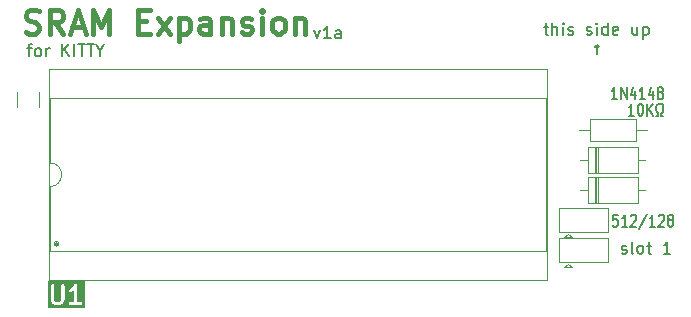
<source format=gbr>
%TF.GenerationSoftware,KiCad,Pcbnew,7.0.10*%
%TF.CreationDate,2024-01-06T19:25:06+00:00*%
%TF.ProjectId,v1a,7631612e-6b69-4636-9164-5f7063625858,rev?*%
%TF.SameCoordinates,Original*%
%TF.FileFunction,Legend,Top*%
%TF.FilePolarity,Positive*%
%FSLAX46Y46*%
G04 Gerber Fmt 4.6, Leading zero omitted, Abs format (unit mm)*
G04 Created by KiCad (PCBNEW 7.0.10) date 2024-01-06 19:25:06*
%MOMM*%
%LPD*%
G01*
G04 APERTURE LIST*
%ADD10C,0.150000*%
%ADD11C,0.400000*%
%ADD12C,0.300000*%
%ADD13C,0.200000*%
%ADD14C,0.120000*%
G04 APERTURE END LIST*
D10*
X43093095Y-61687152D02*
X43474047Y-61687152D01*
X43235952Y-62353819D02*
X43235952Y-61496676D01*
X43235952Y-61496676D02*
X43283571Y-61401438D01*
X43283571Y-61401438D02*
X43378809Y-61353819D01*
X43378809Y-61353819D02*
X43474047Y-61353819D01*
X43950238Y-62353819D02*
X43855000Y-62306200D01*
X43855000Y-62306200D02*
X43807381Y-62258580D01*
X43807381Y-62258580D02*
X43759762Y-62163342D01*
X43759762Y-62163342D02*
X43759762Y-61877628D01*
X43759762Y-61877628D02*
X43807381Y-61782390D01*
X43807381Y-61782390D02*
X43855000Y-61734771D01*
X43855000Y-61734771D02*
X43950238Y-61687152D01*
X43950238Y-61687152D02*
X44093095Y-61687152D01*
X44093095Y-61687152D02*
X44188333Y-61734771D01*
X44188333Y-61734771D02*
X44235952Y-61782390D01*
X44235952Y-61782390D02*
X44283571Y-61877628D01*
X44283571Y-61877628D02*
X44283571Y-62163342D01*
X44283571Y-62163342D02*
X44235952Y-62258580D01*
X44235952Y-62258580D02*
X44188333Y-62306200D01*
X44188333Y-62306200D02*
X44093095Y-62353819D01*
X44093095Y-62353819D02*
X43950238Y-62353819D01*
X44712143Y-62353819D02*
X44712143Y-61687152D01*
X44712143Y-61877628D02*
X44759762Y-61782390D01*
X44759762Y-61782390D02*
X44807381Y-61734771D01*
X44807381Y-61734771D02*
X44902619Y-61687152D01*
X44902619Y-61687152D02*
X44997857Y-61687152D01*
X46093096Y-62353819D02*
X46093096Y-61353819D01*
X46664524Y-62353819D02*
X46235953Y-61782390D01*
X46664524Y-61353819D02*
X46093096Y-61925247D01*
X47093096Y-62353819D02*
X47093096Y-61353819D01*
X47426429Y-61353819D02*
X47997857Y-61353819D01*
X47712143Y-62353819D02*
X47712143Y-61353819D01*
X48188334Y-61353819D02*
X48759762Y-61353819D01*
X48474048Y-62353819D02*
X48474048Y-61353819D01*
X49283572Y-61877628D02*
X49283572Y-62353819D01*
X48950239Y-61353819D02*
X49283572Y-61877628D01*
X49283572Y-61877628D02*
X49616905Y-61353819D01*
D11*
X43006856Y-60345200D02*
X43292570Y-60440438D01*
X43292570Y-60440438D02*
X43768761Y-60440438D01*
X43768761Y-60440438D02*
X43959237Y-60345200D01*
X43959237Y-60345200D02*
X44054475Y-60249961D01*
X44054475Y-60249961D02*
X44149713Y-60059485D01*
X44149713Y-60059485D02*
X44149713Y-59869009D01*
X44149713Y-59869009D02*
X44054475Y-59678533D01*
X44054475Y-59678533D02*
X43959237Y-59583295D01*
X43959237Y-59583295D02*
X43768761Y-59488057D01*
X43768761Y-59488057D02*
X43387808Y-59392819D01*
X43387808Y-59392819D02*
X43197332Y-59297580D01*
X43197332Y-59297580D02*
X43102094Y-59202342D01*
X43102094Y-59202342D02*
X43006856Y-59011866D01*
X43006856Y-59011866D02*
X43006856Y-58821390D01*
X43006856Y-58821390D02*
X43102094Y-58630914D01*
X43102094Y-58630914D02*
X43197332Y-58535676D01*
X43197332Y-58535676D02*
X43387808Y-58440438D01*
X43387808Y-58440438D02*
X43863999Y-58440438D01*
X43863999Y-58440438D02*
X44149713Y-58535676D01*
X46149713Y-60440438D02*
X45483046Y-59488057D01*
X45006856Y-60440438D02*
X45006856Y-58440438D01*
X45006856Y-58440438D02*
X45768761Y-58440438D01*
X45768761Y-58440438D02*
X45959237Y-58535676D01*
X45959237Y-58535676D02*
X46054475Y-58630914D01*
X46054475Y-58630914D02*
X46149713Y-58821390D01*
X46149713Y-58821390D02*
X46149713Y-59107104D01*
X46149713Y-59107104D02*
X46054475Y-59297580D01*
X46054475Y-59297580D02*
X45959237Y-59392819D01*
X45959237Y-59392819D02*
X45768761Y-59488057D01*
X45768761Y-59488057D02*
X45006856Y-59488057D01*
X46911618Y-59869009D02*
X47863999Y-59869009D01*
X46721142Y-60440438D02*
X47387808Y-58440438D01*
X47387808Y-58440438D02*
X48054475Y-60440438D01*
X48721142Y-60440438D02*
X48721142Y-58440438D01*
X48721142Y-58440438D02*
X49387809Y-59869009D01*
X49387809Y-59869009D02*
X50054475Y-58440438D01*
X50054475Y-58440438D02*
X50054475Y-60440438D01*
X52530666Y-59392819D02*
X53197333Y-59392819D01*
X53483047Y-60440438D02*
X52530666Y-60440438D01*
X52530666Y-60440438D02*
X52530666Y-58440438D01*
X52530666Y-58440438D02*
X53483047Y-58440438D01*
X54149714Y-60440438D02*
X55197333Y-59107104D01*
X54149714Y-59107104D02*
X55197333Y-60440438D01*
X55959238Y-59107104D02*
X55959238Y-61107104D01*
X55959238Y-59202342D02*
X56149714Y-59107104D01*
X56149714Y-59107104D02*
X56530667Y-59107104D01*
X56530667Y-59107104D02*
X56721143Y-59202342D01*
X56721143Y-59202342D02*
X56816381Y-59297580D01*
X56816381Y-59297580D02*
X56911619Y-59488057D01*
X56911619Y-59488057D02*
X56911619Y-60059485D01*
X56911619Y-60059485D02*
X56816381Y-60249961D01*
X56816381Y-60249961D02*
X56721143Y-60345200D01*
X56721143Y-60345200D02*
X56530667Y-60440438D01*
X56530667Y-60440438D02*
X56149714Y-60440438D01*
X56149714Y-60440438D02*
X55959238Y-60345200D01*
X58625905Y-60440438D02*
X58625905Y-59392819D01*
X58625905Y-59392819D02*
X58530667Y-59202342D01*
X58530667Y-59202342D02*
X58340191Y-59107104D01*
X58340191Y-59107104D02*
X57959238Y-59107104D01*
X57959238Y-59107104D02*
X57768762Y-59202342D01*
X58625905Y-60345200D02*
X58435429Y-60440438D01*
X58435429Y-60440438D02*
X57959238Y-60440438D01*
X57959238Y-60440438D02*
X57768762Y-60345200D01*
X57768762Y-60345200D02*
X57673524Y-60154723D01*
X57673524Y-60154723D02*
X57673524Y-59964247D01*
X57673524Y-59964247D02*
X57768762Y-59773771D01*
X57768762Y-59773771D02*
X57959238Y-59678533D01*
X57959238Y-59678533D02*
X58435429Y-59678533D01*
X58435429Y-59678533D02*
X58625905Y-59583295D01*
X59578286Y-59107104D02*
X59578286Y-60440438D01*
X59578286Y-59297580D02*
X59673524Y-59202342D01*
X59673524Y-59202342D02*
X59864000Y-59107104D01*
X59864000Y-59107104D02*
X60149715Y-59107104D01*
X60149715Y-59107104D02*
X60340191Y-59202342D01*
X60340191Y-59202342D02*
X60435429Y-59392819D01*
X60435429Y-59392819D02*
X60435429Y-60440438D01*
X61292572Y-60345200D02*
X61483048Y-60440438D01*
X61483048Y-60440438D02*
X61864000Y-60440438D01*
X61864000Y-60440438D02*
X62054477Y-60345200D01*
X62054477Y-60345200D02*
X62149715Y-60154723D01*
X62149715Y-60154723D02*
X62149715Y-60059485D01*
X62149715Y-60059485D02*
X62054477Y-59869009D01*
X62054477Y-59869009D02*
X61864000Y-59773771D01*
X61864000Y-59773771D02*
X61578286Y-59773771D01*
X61578286Y-59773771D02*
X61387810Y-59678533D01*
X61387810Y-59678533D02*
X61292572Y-59488057D01*
X61292572Y-59488057D02*
X61292572Y-59392819D01*
X61292572Y-59392819D02*
X61387810Y-59202342D01*
X61387810Y-59202342D02*
X61578286Y-59107104D01*
X61578286Y-59107104D02*
X61864000Y-59107104D01*
X61864000Y-59107104D02*
X62054477Y-59202342D01*
X63006858Y-60440438D02*
X63006858Y-59107104D01*
X63006858Y-58440438D02*
X62911620Y-58535676D01*
X62911620Y-58535676D02*
X63006858Y-58630914D01*
X63006858Y-58630914D02*
X63102096Y-58535676D01*
X63102096Y-58535676D02*
X63006858Y-58440438D01*
X63006858Y-58440438D02*
X63006858Y-58630914D01*
X64244953Y-60440438D02*
X64054477Y-60345200D01*
X64054477Y-60345200D02*
X63959239Y-60249961D01*
X63959239Y-60249961D02*
X63864001Y-60059485D01*
X63864001Y-60059485D02*
X63864001Y-59488057D01*
X63864001Y-59488057D02*
X63959239Y-59297580D01*
X63959239Y-59297580D02*
X64054477Y-59202342D01*
X64054477Y-59202342D02*
X64244953Y-59107104D01*
X64244953Y-59107104D02*
X64530668Y-59107104D01*
X64530668Y-59107104D02*
X64721144Y-59202342D01*
X64721144Y-59202342D02*
X64816382Y-59297580D01*
X64816382Y-59297580D02*
X64911620Y-59488057D01*
X64911620Y-59488057D02*
X64911620Y-60059485D01*
X64911620Y-60059485D02*
X64816382Y-60249961D01*
X64816382Y-60249961D02*
X64721144Y-60345200D01*
X64721144Y-60345200D02*
X64530668Y-60440438D01*
X64530668Y-60440438D02*
X64244953Y-60440438D01*
X65768763Y-59107104D02*
X65768763Y-60440438D01*
X65768763Y-59297580D02*
X65864001Y-59202342D01*
X65864001Y-59202342D02*
X66054477Y-59107104D01*
X66054477Y-59107104D02*
X66340192Y-59107104D01*
X66340192Y-59107104D02*
X66530668Y-59202342D01*
X66530668Y-59202342D02*
X66625906Y-59392819D01*
X66625906Y-59392819D02*
X66625906Y-60440438D01*
D10*
X67413333Y-60163152D02*
X67651428Y-60829819D01*
X67651428Y-60829819D02*
X67889523Y-60163152D01*
X68794285Y-60829819D02*
X68222857Y-60829819D01*
X68508571Y-60829819D02*
X68508571Y-59829819D01*
X68508571Y-59829819D02*
X68413333Y-59972676D01*
X68413333Y-59972676D02*
X68318095Y-60067914D01*
X68318095Y-60067914D02*
X68222857Y-60115533D01*
X69651428Y-60829819D02*
X69651428Y-60306009D01*
X69651428Y-60306009D02*
X69603809Y-60210771D01*
X69603809Y-60210771D02*
X69508571Y-60163152D01*
X69508571Y-60163152D02*
X69318095Y-60163152D01*
X69318095Y-60163152D02*
X69222857Y-60210771D01*
X69651428Y-60782200D02*
X69556190Y-60829819D01*
X69556190Y-60829819D02*
X69318095Y-60829819D01*
X69318095Y-60829819D02*
X69222857Y-60782200D01*
X69222857Y-60782200D02*
X69175238Y-60686961D01*
X69175238Y-60686961D02*
X69175238Y-60591723D01*
X69175238Y-60591723D02*
X69222857Y-60496485D01*
X69222857Y-60496485D02*
X69318095Y-60448866D01*
X69318095Y-60448866D02*
X69556190Y-60448866D01*
X69556190Y-60448866D02*
X69651428Y-60401247D01*
X86862209Y-59873952D02*
X87243161Y-59873952D01*
X87005066Y-59540619D02*
X87005066Y-60397761D01*
X87005066Y-60397761D02*
X87052685Y-60493000D01*
X87052685Y-60493000D02*
X87147923Y-60540619D01*
X87147923Y-60540619D02*
X87243161Y-60540619D01*
X87576495Y-60540619D02*
X87576495Y-59540619D01*
X88005066Y-60540619D02*
X88005066Y-60016809D01*
X88005066Y-60016809D02*
X87957447Y-59921571D01*
X87957447Y-59921571D02*
X87862209Y-59873952D01*
X87862209Y-59873952D02*
X87719352Y-59873952D01*
X87719352Y-59873952D02*
X87624114Y-59921571D01*
X87624114Y-59921571D02*
X87576495Y-59969190D01*
X88481257Y-60540619D02*
X88481257Y-59873952D01*
X88481257Y-59540619D02*
X88433638Y-59588238D01*
X88433638Y-59588238D02*
X88481257Y-59635857D01*
X88481257Y-59635857D02*
X88528876Y-59588238D01*
X88528876Y-59588238D02*
X88481257Y-59540619D01*
X88481257Y-59540619D02*
X88481257Y-59635857D01*
X88909828Y-60493000D02*
X89005066Y-60540619D01*
X89005066Y-60540619D02*
X89195542Y-60540619D01*
X89195542Y-60540619D02*
X89290780Y-60493000D01*
X89290780Y-60493000D02*
X89338399Y-60397761D01*
X89338399Y-60397761D02*
X89338399Y-60350142D01*
X89338399Y-60350142D02*
X89290780Y-60254904D01*
X89290780Y-60254904D02*
X89195542Y-60207285D01*
X89195542Y-60207285D02*
X89052685Y-60207285D01*
X89052685Y-60207285D02*
X88957447Y-60159666D01*
X88957447Y-60159666D02*
X88909828Y-60064428D01*
X88909828Y-60064428D02*
X88909828Y-60016809D01*
X88909828Y-60016809D02*
X88957447Y-59921571D01*
X88957447Y-59921571D02*
X89052685Y-59873952D01*
X89052685Y-59873952D02*
X89195542Y-59873952D01*
X89195542Y-59873952D02*
X89290780Y-59921571D01*
X90481257Y-60493000D02*
X90576495Y-60540619D01*
X90576495Y-60540619D02*
X90766971Y-60540619D01*
X90766971Y-60540619D02*
X90862209Y-60493000D01*
X90862209Y-60493000D02*
X90909828Y-60397761D01*
X90909828Y-60397761D02*
X90909828Y-60350142D01*
X90909828Y-60350142D02*
X90862209Y-60254904D01*
X90862209Y-60254904D02*
X90766971Y-60207285D01*
X90766971Y-60207285D02*
X90624114Y-60207285D01*
X90624114Y-60207285D02*
X90528876Y-60159666D01*
X90528876Y-60159666D02*
X90481257Y-60064428D01*
X90481257Y-60064428D02*
X90481257Y-60016809D01*
X90481257Y-60016809D02*
X90528876Y-59921571D01*
X90528876Y-59921571D02*
X90624114Y-59873952D01*
X90624114Y-59873952D02*
X90766971Y-59873952D01*
X90766971Y-59873952D02*
X90862209Y-59921571D01*
X91338400Y-60540619D02*
X91338400Y-59873952D01*
X91338400Y-59540619D02*
X91290781Y-59588238D01*
X91290781Y-59588238D02*
X91338400Y-59635857D01*
X91338400Y-59635857D02*
X91386019Y-59588238D01*
X91386019Y-59588238D02*
X91338400Y-59540619D01*
X91338400Y-59540619D02*
X91338400Y-59635857D01*
X92243161Y-60540619D02*
X92243161Y-59540619D01*
X92243161Y-60493000D02*
X92147923Y-60540619D01*
X92147923Y-60540619D02*
X91957447Y-60540619D01*
X91957447Y-60540619D02*
X91862209Y-60493000D01*
X91862209Y-60493000D02*
X91814590Y-60445380D01*
X91814590Y-60445380D02*
X91766971Y-60350142D01*
X91766971Y-60350142D02*
X91766971Y-60064428D01*
X91766971Y-60064428D02*
X91814590Y-59969190D01*
X91814590Y-59969190D02*
X91862209Y-59921571D01*
X91862209Y-59921571D02*
X91957447Y-59873952D01*
X91957447Y-59873952D02*
X92147923Y-59873952D01*
X92147923Y-59873952D02*
X92243161Y-59921571D01*
X93100304Y-60493000D02*
X93005066Y-60540619D01*
X93005066Y-60540619D02*
X92814590Y-60540619D01*
X92814590Y-60540619D02*
X92719352Y-60493000D01*
X92719352Y-60493000D02*
X92671733Y-60397761D01*
X92671733Y-60397761D02*
X92671733Y-60016809D01*
X92671733Y-60016809D02*
X92719352Y-59921571D01*
X92719352Y-59921571D02*
X92814590Y-59873952D01*
X92814590Y-59873952D02*
X93005066Y-59873952D01*
X93005066Y-59873952D02*
X93100304Y-59921571D01*
X93100304Y-59921571D02*
X93147923Y-60016809D01*
X93147923Y-60016809D02*
X93147923Y-60112047D01*
X93147923Y-60112047D02*
X92671733Y-60207285D01*
X94766971Y-59873952D02*
X94766971Y-60540619D01*
X94338400Y-59873952D02*
X94338400Y-60397761D01*
X94338400Y-60397761D02*
X94386019Y-60493000D01*
X94386019Y-60493000D02*
X94481257Y-60540619D01*
X94481257Y-60540619D02*
X94624114Y-60540619D01*
X94624114Y-60540619D02*
X94719352Y-60493000D01*
X94719352Y-60493000D02*
X94766971Y-60445380D01*
X95243162Y-59873952D02*
X95243162Y-60873952D01*
X95243162Y-59921571D02*
X95338400Y-59873952D01*
X95338400Y-59873952D02*
X95528876Y-59873952D01*
X95528876Y-59873952D02*
X95624114Y-59921571D01*
X95624114Y-59921571D02*
X95671733Y-59969190D01*
X95671733Y-59969190D02*
X95719352Y-60064428D01*
X95719352Y-60064428D02*
X95719352Y-60350142D01*
X95719352Y-60350142D02*
X95671733Y-60445380D01*
X95671733Y-60445380D02*
X95624114Y-60493000D01*
X95624114Y-60493000D02*
X95528876Y-60540619D01*
X95528876Y-60540619D02*
X95338400Y-60540619D01*
X95338400Y-60540619D02*
X95243162Y-60493000D01*
X91338400Y-62150619D02*
X91338400Y-61388714D01*
X91147924Y-61579190D02*
X91338400Y-61388714D01*
X91338400Y-61388714D02*
X91528876Y-61579190D01*
D12*
G36*
X47984372Y-83643414D02*
G01*
X44898656Y-83643414D01*
X44898656Y-82993414D01*
X45112942Y-82993414D01*
X45121865Y-83026715D01*
X45128778Y-83060496D01*
X45200207Y-83203353D01*
X45216229Y-83221421D01*
X45228305Y-83242337D01*
X45299734Y-83313766D01*
X45320648Y-83325840D01*
X45338718Y-83341864D01*
X45481576Y-83413292D01*
X45515351Y-83420203D01*
X45548657Y-83429128D01*
X45834371Y-83429128D01*
X45867674Y-83420204D01*
X45901453Y-83413292D01*
X46044310Y-83341864D01*
X46062379Y-83325840D01*
X46083294Y-83313766D01*
X46117932Y-83279128D01*
X46612943Y-83279128D01*
X46633039Y-83354128D01*
X46687943Y-83409032D01*
X46762943Y-83429128D01*
X47191514Y-83429128D01*
X47620086Y-83429128D01*
X47695086Y-83409032D01*
X47749990Y-83354128D01*
X47770086Y-83279128D01*
X47749990Y-83204128D01*
X47695086Y-83149224D01*
X47620086Y-83129128D01*
X47341514Y-83129128D01*
X47341514Y-81779128D01*
X47332675Y-81746142D01*
X47325976Y-81712643D01*
X47322701Y-81708916D01*
X47321418Y-81704128D01*
X47297271Y-81679981D01*
X47274719Y-81654320D01*
X47270020Y-81652730D01*
X47266514Y-81649224D01*
X47233531Y-81640386D01*
X47201168Y-81629438D01*
X47196302Y-81630411D01*
X47191514Y-81629128D01*
X47158531Y-81637965D01*
X47125030Y-81644666D01*
X47121304Y-81647940D01*
X47116514Y-81649224D01*
X47092360Y-81673377D01*
X47066707Y-81695923D01*
X46932087Y-81897851D01*
X46816946Y-82012992D01*
X46695861Y-82073536D01*
X46637766Y-82125052D01*
X46613212Y-82198713D01*
X46628779Y-82274782D01*
X46680295Y-82332877D01*
X46753956Y-82357431D01*
X46830025Y-82341864D01*
X46972882Y-82270435D01*
X46990950Y-82254412D01*
X47011866Y-82242337D01*
X47041514Y-82212689D01*
X47041514Y-83129128D01*
X46762943Y-83129128D01*
X46687943Y-83149224D01*
X46633039Y-83204128D01*
X46612943Y-83279128D01*
X46117932Y-83279128D01*
X46154723Y-83242337D01*
X46166797Y-83221422D01*
X46182821Y-83203353D01*
X46254249Y-83060495D01*
X46261160Y-83026719D01*
X46270085Y-82993414D01*
X46270085Y-81779128D01*
X46249989Y-81704128D01*
X46195085Y-81649224D01*
X46120085Y-81629128D01*
X46045085Y-81649224D01*
X45990181Y-81704128D01*
X45970085Y-81779128D01*
X45970085Y-82958004D01*
X45925378Y-83047417D01*
X45888373Y-83084422D01*
X45798961Y-83129128D01*
X45584067Y-83129128D01*
X45494653Y-83084421D01*
X45457649Y-83047417D01*
X45412942Y-82958003D01*
X45412942Y-81779128D01*
X45392846Y-81704128D01*
X45337942Y-81649224D01*
X45262942Y-81629128D01*
X45187942Y-81649224D01*
X45133038Y-81704128D01*
X45112942Y-81779128D01*
X45112942Y-82993414D01*
X44898656Y-82993414D01*
X44898656Y-81414842D01*
X47984372Y-81414842D01*
X47984372Y-83643414D01*
G37*
D13*
X93116666Y-75779219D02*
X92735714Y-75779219D01*
X92735714Y-75779219D02*
X92697618Y-76255409D01*
X92697618Y-76255409D02*
X92735714Y-76207790D01*
X92735714Y-76207790D02*
X92811904Y-76160171D01*
X92811904Y-76160171D02*
X93002380Y-76160171D01*
X93002380Y-76160171D02*
X93078571Y-76207790D01*
X93078571Y-76207790D02*
X93116666Y-76255409D01*
X93116666Y-76255409D02*
X93154761Y-76350647D01*
X93154761Y-76350647D02*
X93154761Y-76588742D01*
X93154761Y-76588742D02*
X93116666Y-76683980D01*
X93116666Y-76683980D02*
X93078571Y-76731600D01*
X93078571Y-76731600D02*
X93002380Y-76779219D01*
X93002380Y-76779219D02*
X92811904Y-76779219D01*
X92811904Y-76779219D02*
X92735714Y-76731600D01*
X92735714Y-76731600D02*
X92697618Y-76683980D01*
X93916666Y-76779219D02*
X93459523Y-76779219D01*
X93688095Y-76779219D02*
X93688095Y-75779219D01*
X93688095Y-75779219D02*
X93611904Y-75922076D01*
X93611904Y-75922076D02*
X93535714Y-76017314D01*
X93535714Y-76017314D02*
X93459523Y-76064933D01*
X94221428Y-75874457D02*
X94259524Y-75826838D01*
X94259524Y-75826838D02*
X94335714Y-75779219D01*
X94335714Y-75779219D02*
X94526190Y-75779219D01*
X94526190Y-75779219D02*
X94602381Y-75826838D01*
X94602381Y-75826838D02*
X94640476Y-75874457D01*
X94640476Y-75874457D02*
X94678571Y-75969695D01*
X94678571Y-75969695D02*
X94678571Y-76064933D01*
X94678571Y-76064933D02*
X94640476Y-76207790D01*
X94640476Y-76207790D02*
X94183333Y-76779219D01*
X94183333Y-76779219D02*
X94678571Y-76779219D01*
X95592857Y-75731600D02*
X94907143Y-77017314D01*
X96278571Y-76779219D02*
X95821428Y-76779219D01*
X96050000Y-76779219D02*
X96050000Y-75779219D01*
X96050000Y-75779219D02*
X95973809Y-75922076D01*
X95973809Y-75922076D02*
X95897619Y-76017314D01*
X95897619Y-76017314D02*
X95821428Y-76064933D01*
X96583333Y-75874457D02*
X96621429Y-75826838D01*
X96621429Y-75826838D02*
X96697619Y-75779219D01*
X96697619Y-75779219D02*
X96888095Y-75779219D01*
X96888095Y-75779219D02*
X96964286Y-75826838D01*
X96964286Y-75826838D02*
X97002381Y-75874457D01*
X97002381Y-75874457D02*
X97040476Y-75969695D01*
X97040476Y-75969695D02*
X97040476Y-76064933D01*
X97040476Y-76064933D02*
X97002381Y-76207790D01*
X97002381Y-76207790D02*
X96545238Y-76779219D01*
X96545238Y-76779219D02*
X97040476Y-76779219D01*
X97497619Y-76207790D02*
X97421429Y-76160171D01*
X97421429Y-76160171D02*
X97383334Y-76112552D01*
X97383334Y-76112552D02*
X97345238Y-76017314D01*
X97345238Y-76017314D02*
X97345238Y-75969695D01*
X97345238Y-75969695D02*
X97383334Y-75874457D01*
X97383334Y-75874457D02*
X97421429Y-75826838D01*
X97421429Y-75826838D02*
X97497619Y-75779219D01*
X97497619Y-75779219D02*
X97650000Y-75779219D01*
X97650000Y-75779219D02*
X97726191Y-75826838D01*
X97726191Y-75826838D02*
X97764286Y-75874457D01*
X97764286Y-75874457D02*
X97802381Y-75969695D01*
X97802381Y-75969695D02*
X97802381Y-76017314D01*
X97802381Y-76017314D02*
X97764286Y-76112552D01*
X97764286Y-76112552D02*
X97726191Y-76160171D01*
X97726191Y-76160171D02*
X97650000Y-76207790D01*
X97650000Y-76207790D02*
X97497619Y-76207790D01*
X97497619Y-76207790D02*
X97421429Y-76255409D01*
X97421429Y-76255409D02*
X97383334Y-76303028D01*
X97383334Y-76303028D02*
X97345238Y-76398266D01*
X97345238Y-76398266D02*
X97345238Y-76588742D01*
X97345238Y-76588742D02*
X97383334Y-76683980D01*
X97383334Y-76683980D02*
X97421429Y-76731600D01*
X97421429Y-76731600D02*
X97497619Y-76779219D01*
X97497619Y-76779219D02*
X97650000Y-76779219D01*
X97650000Y-76779219D02*
X97726191Y-76731600D01*
X97726191Y-76731600D02*
X97764286Y-76683980D01*
X97764286Y-76683980D02*
X97802381Y-76588742D01*
X97802381Y-76588742D02*
X97802381Y-76398266D01*
X97802381Y-76398266D02*
X97764286Y-76303028D01*
X97764286Y-76303028D02*
X97726191Y-76255409D01*
X97726191Y-76255409D02*
X97650000Y-76207790D01*
X93053113Y-65984219D02*
X92595970Y-65984219D01*
X92824542Y-65984219D02*
X92824542Y-64984219D01*
X92824542Y-64984219D02*
X92748351Y-65127076D01*
X92748351Y-65127076D02*
X92672161Y-65222314D01*
X92672161Y-65222314D02*
X92595970Y-65269933D01*
X93395971Y-65984219D02*
X93395971Y-64984219D01*
X93395971Y-64984219D02*
X93853114Y-65984219D01*
X93853114Y-65984219D02*
X93853114Y-64984219D01*
X94576923Y-65317552D02*
X94576923Y-65984219D01*
X94386447Y-64936600D02*
X94195970Y-65650885D01*
X94195970Y-65650885D02*
X94691209Y-65650885D01*
X95415018Y-65984219D02*
X94957875Y-65984219D01*
X95186447Y-65984219D02*
X95186447Y-64984219D01*
X95186447Y-64984219D02*
X95110256Y-65127076D01*
X95110256Y-65127076D02*
X95034066Y-65222314D01*
X95034066Y-65222314D02*
X94957875Y-65269933D01*
X96100733Y-65317552D02*
X96100733Y-65984219D01*
X95910257Y-64936600D02*
X95719780Y-65650885D01*
X95719780Y-65650885D02*
X96215019Y-65650885D01*
X96634066Y-65412790D02*
X96557876Y-65365171D01*
X96557876Y-65365171D02*
X96519781Y-65317552D01*
X96519781Y-65317552D02*
X96481685Y-65222314D01*
X96481685Y-65222314D02*
X96481685Y-65174695D01*
X96481685Y-65174695D02*
X96519781Y-65079457D01*
X96519781Y-65079457D02*
X96557876Y-65031838D01*
X96557876Y-65031838D02*
X96634066Y-64984219D01*
X96634066Y-64984219D02*
X96786447Y-64984219D01*
X96786447Y-64984219D02*
X96862638Y-65031838D01*
X96862638Y-65031838D02*
X96900733Y-65079457D01*
X96900733Y-65079457D02*
X96938828Y-65174695D01*
X96938828Y-65174695D02*
X96938828Y-65222314D01*
X96938828Y-65222314D02*
X96900733Y-65317552D01*
X96900733Y-65317552D02*
X96862638Y-65365171D01*
X96862638Y-65365171D02*
X96786447Y-65412790D01*
X96786447Y-65412790D02*
X96634066Y-65412790D01*
X96634066Y-65412790D02*
X96557876Y-65460409D01*
X96557876Y-65460409D02*
X96519781Y-65508028D01*
X96519781Y-65508028D02*
X96481685Y-65603266D01*
X96481685Y-65603266D02*
X96481685Y-65793742D01*
X96481685Y-65793742D02*
X96519781Y-65888980D01*
X96519781Y-65888980D02*
X96557876Y-65936600D01*
X96557876Y-65936600D02*
X96634066Y-65984219D01*
X96634066Y-65984219D02*
X96786447Y-65984219D01*
X96786447Y-65984219D02*
X96862638Y-65936600D01*
X96862638Y-65936600D02*
X96900733Y-65888980D01*
X96900733Y-65888980D02*
X96938828Y-65793742D01*
X96938828Y-65793742D02*
X96938828Y-65603266D01*
X96938828Y-65603266D02*
X96900733Y-65508028D01*
X96900733Y-65508028D02*
X96862638Y-65460409D01*
X96862638Y-65460409D02*
X96786447Y-65412790D01*
X93432571Y-79017600D02*
X93527809Y-79065219D01*
X93527809Y-79065219D02*
X93718285Y-79065219D01*
X93718285Y-79065219D02*
X93813523Y-79017600D01*
X93813523Y-79017600D02*
X93861142Y-78922361D01*
X93861142Y-78922361D02*
X93861142Y-78874742D01*
X93861142Y-78874742D02*
X93813523Y-78779504D01*
X93813523Y-78779504D02*
X93718285Y-78731885D01*
X93718285Y-78731885D02*
X93575428Y-78731885D01*
X93575428Y-78731885D02*
X93480190Y-78684266D01*
X93480190Y-78684266D02*
X93432571Y-78589028D01*
X93432571Y-78589028D02*
X93432571Y-78541409D01*
X93432571Y-78541409D02*
X93480190Y-78446171D01*
X93480190Y-78446171D02*
X93575428Y-78398552D01*
X93575428Y-78398552D02*
X93718285Y-78398552D01*
X93718285Y-78398552D02*
X93813523Y-78446171D01*
X94432571Y-79065219D02*
X94337333Y-79017600D01*
X94337333Y-79017600D02*
X94289714Y-78922361D01*
X94289714Y-78922361D02*
X94289714Y-78065219D01*
X94956381Y-79065219D02*
X94861143Y-79017600D01*
X94861143Y-79017600D02*
X94813524Y-78969980D01*
X94813524Y-78969980D02*
X94765905Y-78874742D01*
X94765905Y-78874742D02*
X94765905Y-78589028D01*
X94765905Y-78589028D02*
X94813524Y-78493790D01*
X94813524Y-78493790D02*
X94861143Y-78446171D01*
X94861143Y-78446171D02*
X94956381Y-78398552D01*
X94956381Y-78398552D02*
X95099238Y-78398552D01*
X95099238Y-78398552D02*
X95194476Y-78446171D01*
X95194476Y-78446171D02*
X95242095Y-78493790D01*
X95242095Y-78493790D02*
X95289714Y-78589028D01*
X95289714Y-78589028D02*
X95289714Y-78874742D01*
X95289714Y-78874742D02*
X95242095Y-78969980D01*
X95242095Y-78969980D02*
X95194476Y-79017600D01*
X95194476Y-79017600D02*
X95099238Y-79065219D01*
X95099238Y-79065219D02*
X94956381Y-79065219D01*
X95575429Y-78398552D02*
X95956381Y-78398552D01*
X95718286Y-78065219D02*
X95718286Y-78922361D01*
X95718286Y-78922361D02*
X95765905Y-79017600D01*
X95765905Y-79017600D02*
X95861143Y-79065219D01*
X95861143Y-79065219D02*
X95956381Y-79065219D01*
X97575429Y-79065219D02*
X97004001Y-79065219D01*
X97289715Y-79065219D02*
X97289715Y-78065219D01*
X97289715Y-78065219D02*
X97194477Y-78208076D01*
X97194477Y-78208076D02*
X97099239Y-78303314D01*
X97099239Y-78303314D02*
X97004001Y-78350933D01*
X94494475Y-67381219D02*
X94037332Y-67381219D01*
X94265904Y-67381219D02*
X94265904Y-66381219D01*
X94265904Y-66381219D02*
X94189713Y-66524076D01*
X94189713Y-66524076D02*
X94113523Y-66619314D01*
X94113523Y-66619314D02*
X94037332Y-66666933D01*
X94989714Y-66381219D02*
X95065904Y-66381219D01*
X95065904Y-66381219D02*
X95142095Y-66428838D01*
X95142095Y-66428838D02*
X95180190Y-66476457D01*
X95180190Y-66476457D02*
X95218285Y-66571695D01*
X95218285Y-66571695D02*
X95256380Y-66762171D01*
X95256380Y-66762171D02*
X95256380Y-67000266D01*
X95256380Y-67000266D02*
X95218285Y-67190742D01*
X95218285Y-67190742D02*
X95180190Y-67285980D01*
X95180190Y-67285980D02*
X95142095Y-67333600D01*
X95142095Y-67333600D02*
X95065904Y-67381219D01*
X95065904Y-67381219D02*
X94989714Y-67381219D01*
X94989714Y-67381219D02*
X94913523Y-67333600D01*
X94913523Y-67333600D02*
X94875428Y-67285980D01*
X94875428Y-67285980D02*
X94837333Y-67190742D01*
X94837333Y-67190742D02*
X94799237Y-67000266D01*
X94799237Y-67000266D02*
X94799237Y-66762171D01*
X94799237Y-66762171D02*
X94837333Y-66571695D01*
X94837333Y-66571695D02*
X94875428Y-66476457D01*
X94875428Y-66476457D02*
X94913523Y-66428838D01*
X94913523Y-66428838D02*
X94989714Y-66381219D01*
X95599238Y-67381219D02*
X95599238Y-66381219D01*
X96056381Y-67381219D02*
X95713523Y-66809790D01*
X96056381Y-66381219D02*
X95599238Y-66952647D01*
X96361142Y-67381219D02*
X96551619Y-67381219D01*
X96551619Y-67381219D02*
X96551619Y-67190742D01*
X96551619Y-67190742D02*
X96475428Y-67143123D01*
X96475428Y-67143123D02*
X96399238Y-67047885D01*
X96399238Y-67047885D02*
X96361142Y-66905028D01*
X96361142Y-66905028D02*
X96361142Y-66666933D01*
X96361142Y-66666933D02*
X96399238Y-66524076D01*
X96399238Y-66524076D02*
X96475428Y-66428838D01*
X96475428Y-66428838D02*
X96589714Y-66381219D01*
X96589714Y-66381219D02*
X96742095Y-66381219D01*
X96742095Y-66381219D02*
X96856381Y-66428838D01*
X96856381Y-66428838D02*
X96932571Y-66524076D01*
X96932571Y-66524076D02*
X96970666Y-66666933D01*
X96970666Y-66666933D02*
X96970666Y-66905028D01*
X96970666Y-66905028D02*
X96932571Y-67047885D01*
X96932571Y-67047885D02*
X96856381Y-67143123D01*
X96856381Y-67143123D02*
X96780190Y-67190742D01*
X96780190Y-67190742D02*
X96780190Y-67381219D01*
X96780190Y-67381219D02*
X96970666Y-67381219D01*
D14*
%TO.C,D1*%
X89914600Y-73660000D02*
X90564600Y-73660000D01*
X90564600Y-72540000D02*
X90564600Y-74780000D01*
X90564600Y-74780000D02*
X94804600Y-74780000D01*
X91164600Y-72540000D02*
X91164600Y-74780000D01*
X91284600Y-72540000D02*
X91284600Y-74780000D01*
X91404600Y-72540000D02*
X91404600Y-74780000D01*
X94804600Y-72540000D02*
X90564600Y-72540000D01*
X94804600Y-74780000D02*
X94804600Y-72540000D01*
X95454600Y-73660000D02*
X94804600Y-73660000D01*
%TO.C,C1*%
X42260000Y-66649000D02*
X42260000Y-65391000D01*
X44100000Y-66649000D02*
X44100000Y-65391000D01*
%TO.C,U1*%
X87115000Y-81340000D02*
X87115000Y-63440000D01*
X44965000Y-81339000D02*
X87115000Y-81340000D01*
X87055000Y-78850000D02*
X87055000Y-65930000D01*
X45025000Y-78849000D02*
X87055000Y-78850000D01*
X45025000Y-73389000D02*
X45025000Y-78849000D01*
X87055000Y-65930000D02*
X45025000Y-65929000D01*
X45025000Y-65929000D02*
X45025000Y-71389000D01*
X87115000Y-63440000D02*
X44965000Y-63439000D01*
X44965000Y-63439000D02*
X44965000Y-81339000D01*
X45025000Y-73389000D02*
G75*
G03*
X45025000Y-71389000I0J1000000D01*
G01*
X45643000Y-78231000D02*
G75*
G03*
X45543000Y-78231000I-50000J0D01*
G01*
X45543000Y-78231000D02*
G75*
G03*
X45643000Y-78231000I50000J0D01*
G01*
X45718000Y-78231000D02*
G75*
G03*
X45468000Y-78231000I-125000J0D01*
G01*
X45468000Y-78231000D02*
G75*
G03*
X45718000Y-78231000I125000J0D01*
G01*
X45793000Y-78231000D02*
G75*
G03*
X45393000Y-78231000I-200000J0D01*
G01*
X45393000Y-78231000D02*
G75*
G03*
X45793000Y-78231000I200000J0D01*
G01*
%TO.C,JP1*%
X88150000Y-75200000D02*
X92250000Y-75200000D01*
X88150000Y-77200000D02*
X88150000Y-75200000D01*
X88600000Y-77700000D02*
X89200000Y-77700000D01*
X88900000Y-77400000D02*
X88600000Y-77700000D01*
X88900000Y-77400000D02*
X89200000Y-77700000D01*
X92250000Y-75200000D02*
X92250000Y-77200000D01*
X92250000Y-77200000D02*
X88150000Y-77200000D01*
%TO.C,D2*%
X89914600Y-71120000D02*
X90564600Y-71120000D01*
X90564600Y-70000000D02*
X90564600Y-72240000D01*
X90564600Y-72240000D02*
X94804600Y-72240000D01*
X91164600Y-70000000D02*
X91164600Y-72240000D01*
X91284600Y-70000000D02*
X91284600Y-72240000D01*
X91404600Y-70000000D02*
X91404600Y-72240000D01*
X94804600Y-70000000D02*
X90564600Y-70000000D01*
X94804600Y-72240000D02*
X94804600Y-70000000D01*
X95454600Y-71120000D02*
X94804600Y-71120000D01*
%TO.C,JP2*%
X88150000Y-77740000D02*
X92250000Y-77740000D01*
X88150000Y-79740000D02*
X88150000Y-77740000D01*
X88600000Y-80240000D02*
X89200000Y-80240000D01*
X88900000Y-79940000D02*
X88600000Y-80240000D01*
X88900000Y-79940000D02*
X89200000Y-80240000D01*
X92250000Y-77740000D02*
X92250000Y-79740000D01*
X92250000Y-79740000D02*
X88150000Y-79740000D01*
%TO.C,R1*%
X95580000Y-68580000D02*
X94630000Y-68580000D01*
X94630000Y-69500000D02*
X94630000Y-67660000D01*
X94630000Y-67660000D02*
X90790000Y-67660000D01*
X90790000Y-69500000D02*
X94630000Y-69500000D01*
X90790000Y-67660000D02*
X90790000Y-69500000D01*
X89840000Y-68580000D02*
X90790000Y-68580000D01*
%TD*%
M02*

</source>
